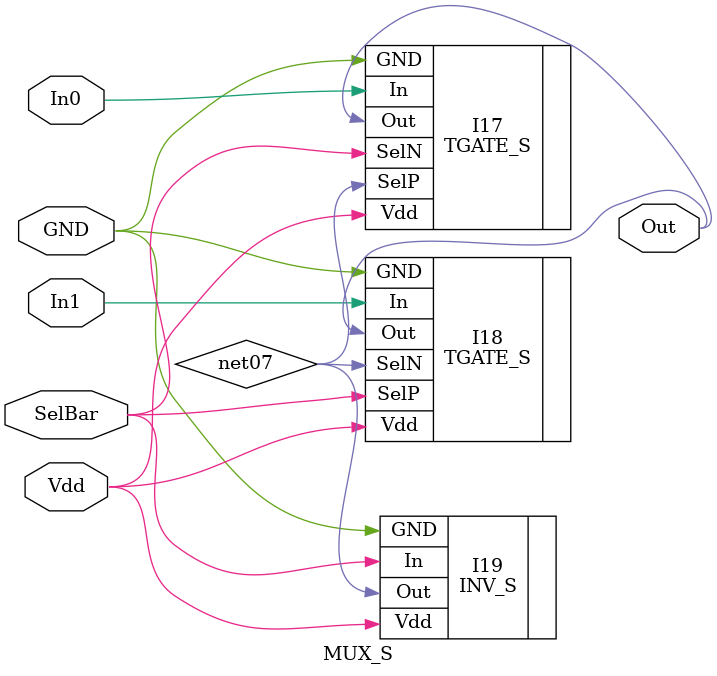
<source format=v>

module MUX_S (
In0,In1,GND,Out,Vdd,SelBar );
input  In0;
input  In1;
input  GND;
output  Out;
input  Vdd;
input  SelBar;
wire Vdd;
wire net07;
wire In0;
wire In1;
wire GND;
wire Out;
wire SelBar;

TGATE_S    
 I18  ( .Vdd( Vdd ), .In( In1 ), .SelP( SelBar ), .SelN( net07 ), .GND( GND ), .Out( Out ) );

TGATE_S    
 I17  ( .Vdd( Vdd ), .In( In0 ), .SelP( net07 ), .SelN( SelBar ), .GND( GND ), .Out( Out ) );

INV_S    
 I19  ( .Vdd( Vdd ), .In( SelBar ), .GND( GND ), .Out( net07 ) );

endmodule


</source>
